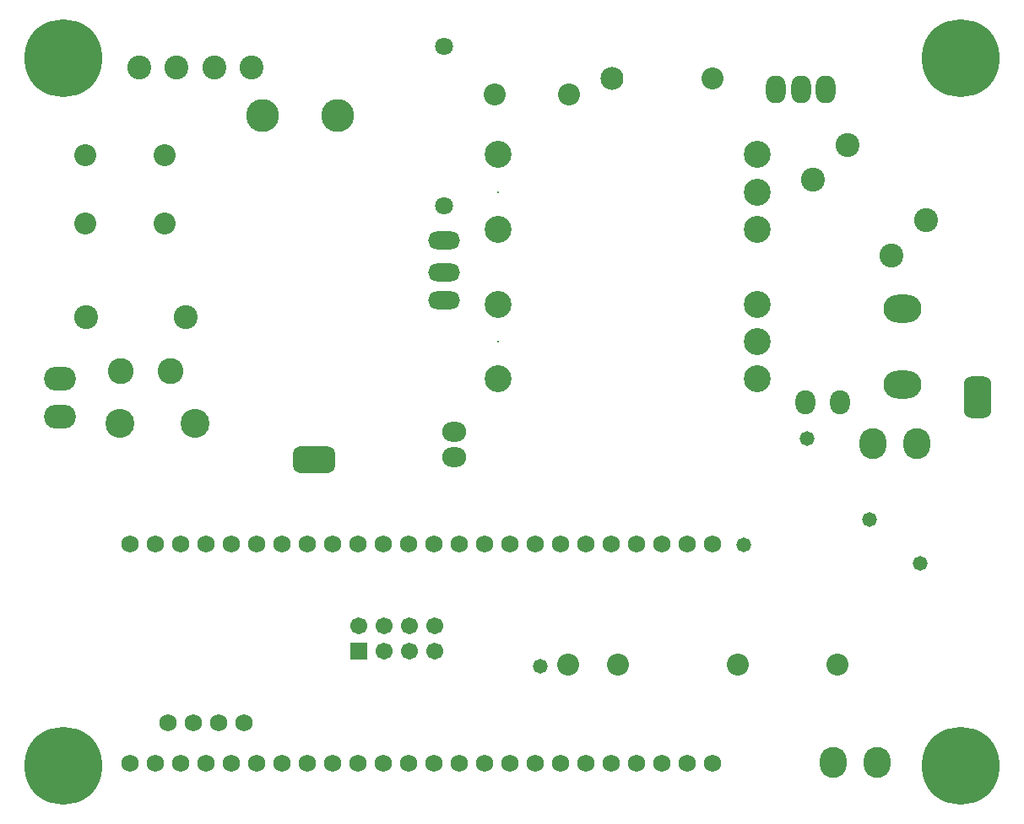
<source format=gts>
G04*
G04 #@! TF.GenerationSoftware,Altium Limited,Altium Designer,22.3.1 (43)*
G04*
G04 Layer_Color=8388736*
%FSLAX25Y25*%
%MOIN*%
G70*
G04*
G04 #@! TF.SameCoordinates,C0646150-8C3F-47E1-8FD3-6E96B4F631F1*
G04*
G04*
G04 #@! TF.FilePolarity,Negative*
G04*
G01*
G75*
%ADD23C,0.00800*%
%ADD24C,0.10249*%
%ADD25C,0.06800*%
%ADD26O,0.09461X0.07887*%
%ADD27C,0.13005*%
%ADD28O,0.07887X0.09461*%
%ADD29C,0.09461*%
%ADD30C,0.09461*%
%ADD31C,0.11430*%
%ADD32C,0.08674*%
%ADD33C,0.10642*%
%ADD34O,0.07887X0.11036*%
%ADD35O,0.12611X0.07099*%
%ADD36O,0.14973X0.11036*%
%ADD37C,0.07099*%
%ADD38O,0.10636X0.12211*%
%ADD39C,0.09068*%
%ADD40C,0.30800*%
%ADD41C,0.04800*%
%ADD42C,0.06700*%
%ADD43R,0.06700X0.06700*%
%ADD44C,0.08674*%
%ADD45O,0.12611X0.09461*%
G04:AMPARAMS|DCode=46|XSize=165.48mil|YSize=106.42mil|CornerRadius=28.61mil|HoleSize=0mil|Usage=FLASHONLY|Rotation=180.000|XOffset=0mil|YOffset=0mil|HoleType=Round|Shape=RoundedRectangle|*
%AMROUNDEDRECTD46*
21,1,0.16548,0.04921,0,0,180.0*
21,1,0.10827,0.10642,0,0,180.0*
1,1,0.05721,-0.05413,0.02461*
1,1,0.05721,0.05413,0.02461*
1,1,0.05721,0.05413,-0.02461*
1,1,0.05721,-0.05413,-0.02461*
%
%ADD46ROUNDEDRECTD46*%
G04:AMPARAMS|DCode=47|XSize=165.48mil|YSize=106.42mil|CornerRadius=28.61mil|HoleSize=0mil|Usage=FLASHONLY|Rotation=90.000|XOffset=0mil|YOffset=0mil|HoleType=Round|Shape=RoundedRectangle|*
%AMROUNDEDRECTD47*
21,1,0.16548,0.04921,0,0,90.0*
21,1,0.10827,0.10642,0,0,90.0*
1,1,0.05721,0.02461,0.05413*
1,1,0.05721,0.02461,-0.05413*
1,1,0.05721,-0.02461,-0.05413*
1,1,0.05721,-0.02461,0.05413*
%
%ADD47ROUNDEDRECTD47*%
%ADD48C,0.05800*%
D23*
X38150Y171236D02*
D03*
X189319Y244239D02*
D03*
Y185184D02*
D03*
D24*
X40315Y173500D02*
D03*
X60000D02*
D03*
D25*
X164000Y18500D02*
D03*
X174000D02*
D03*
X184000D02*
D03*
X194000D02*
D03*
X204000D02*
D03*
X214000D02*
D03*
X224000D02*
D03*
X234000D02*
D03*
X244000D02*
D03*
X254000D02*
D03*
X264000D02*
D03*
X274000D02*
D03*
X164000Y105115D02*
D03*
X174000D02*
D03*
X184000D02*
D03*
X194000D02*
D03*
X204000D02*
D03*
X214000D02*
D03*
X224000D02*
D03*
X234000D02*
D03*
X244000D02*
D03*
X254000D02*
D03*
X264000D02*
D03*
X274000D02*
D03*
X44000Y18500D02*
D03*
X54000D02*
D03*
X64000D02*
D03*
X74000D02*
D03*
X84000D02*
D03*
X94000D02*
D03*
X104000D02*
D03*
X114000D02*
D03*
X124000D02*
D03*
X134000D02*
D03*
X144000D02*
D03*
X154000D02*
D03*
Y105115D02*
D03*
X144000D02*
D03*
X134000D02*
D03*
X124000D02*
D03*
X114000D02*
D03*
X104000D02*
D03*
X94000D02*
D03*
X84000D02*
D03*
X74000D02*
D03*
X64000D02*
D03*
X54000D02*
D03*
X44000D02*
D03*
X69000Y34500D02*
D03*
X59000D02*
D03*
X79000D02*
D03*
X89000D02*
D03*
D26*
X172000Y139500D02*
D03*
Y149500D02*
D03*
D27*
X126028Y274461D02*
D03*
X96500D02*
D03*
D28*
X324500Y161261D02*
D03*
X310720D02*
D03*
D29*
X327500Y263000D02*
D03*
X313581Y249081D02*
D03*
X358500Y233261D02*
D03*
X344581Y219341D02*
D03*
X26815Y195000D02*
D03*
X66185D02*
D03*
D30*
X62500Y293500D02*
D03*
X47736D02*
D03*
X92027D02*
D03*
X77264D02*
D03*
D31*
X69528Y153000D02*
D03*
X40000D02*
D03*
D32*
X217500Y283000D02*
D03*
X187972D02*
D03*
X26252Y231878D02*
D03*
X57748D02*
D03*
Y259043D02*
D03*
X26252D02*
D03*
X274000Y289261D02*
D03*
D33*
X291681Y200046D02*
D03*
Y185282D02*
D03*
X189319Y259101D02*
D03*
Y229573D02*
D03*
Y170519D02*
D03*
X291681Y244337D02*
D03*
Y229574D02*
D03*
X189319Y200046D02*
D03*
X291681Y259101D02*
D03*
Y170420D02*
D03*
D34*
X299157Y285000D02*
D03*
X309000D02*
D03*
X318842D02*
D03*
D35*
X168000Y212500D02*
D03*
X167980Y201480D02*
D03*
X168060Y225150D02*
D03*
D36*
X349000Y198221D02*
D03*
Y168300D02*
D03*
D37*
X168000Y301996D02*
D03*
Y239004D02*
D03*
D38*
X337500Y144761D02*
D03*
X354700D02*
D03*
X321800Y18800D02*
D03*
X339000D02*
D03*
D39*
X234500Y289261D02*
D03*
D40*
X372047Y297244D02*
D03*
X17717D02*
D03*
Y17717D02*
D03*
X372047D02*
D03*
D41*
X361447Y297244D02*
D03*
X366747Y288064D02*
D03*
X377347D02*
D03*
X382647Y297244D02*
D03*
X377347Y306424D02*
D03*
X366747D02*
D03*
X7117Y297244D02*
D03*
X12417Y288064D02*
D03*
X23017D02*
D03*
X28317Y297244D02*
D03*
X23017Y306424D02*
D03*
X12417D02*
D03*
X7117Y17717D02*
D03*
X12417Y8537D02*
D03*
X23017D02*
D03*
X28317Y17717D02*
D03*
X23017Y26896D02*
D03*
X12417D02*
D03*
X361447Y17717D02*
D03*
X366747Y8537D02*
D03*
X377347D02*
D03*
X382647Y17717D02*
D03*
X377347Y26896D02*
D03*
X366747D02*
D03*
D42*
X164500Y73000D02*
D03*
Y63000D02*
D03*
X154500Y73000D02*
D03*
Y63000D02*
D03*
X144500Y73000D02*
D03*
Y63000D02*
D03*
X134500Y73000D02*
D03*
D43*
Y63000D02*
D03*
D44*
X217000Y57500D02*
D03*
X283929D02*
D03*
X323299D02*
D03*
X236685D02*
D03*
D45*
X16500Y155500D02*
D03*
Y170500D02*
D03*
D46*
X116732Y138561D02*
D03*
D47*
X378839Y163061D02*
D03*
D48*
X336000Y115000D02*
D03*
X356000Y97500D02*
D03*
X311500Y147000D02*
D03*
X286500Y105000D02*
D03*
X206000Y57000D02*
D03*
M02*

</source>
